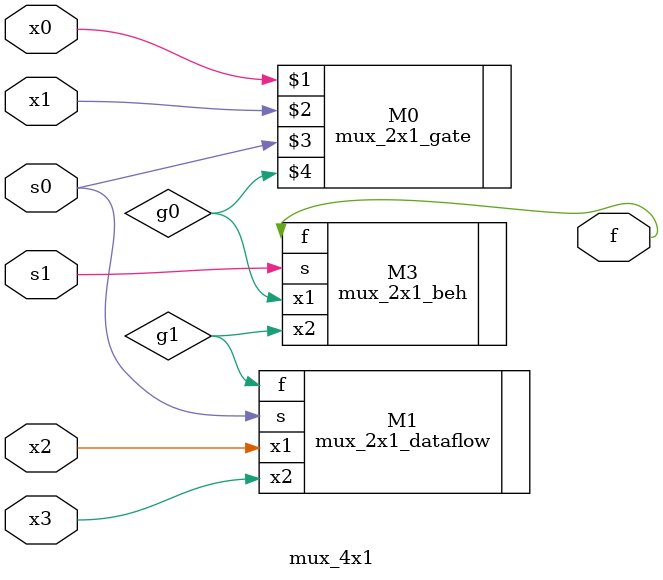
<source format=v>
`timescale 1ns / 1ps


module mux_4x1(
    input x0, x1, x2, x3,
    input s0, s1,
    output f
    );
    
    wire g0, g1;
    
    mux_2x1_beh M3 (
        .x1(g0),
        .x2(g1),
        .s(s1),
        .f(f)
    );
    
    mux_2x1_gate M0 (x0, x1, s0, g0);
    
    mux_2x1_dataflow M1 (
        .f(g1),
        .x1(x2),
        .s(s0),
        .x2(x3)
    );
    

    
endmodule

</source>
